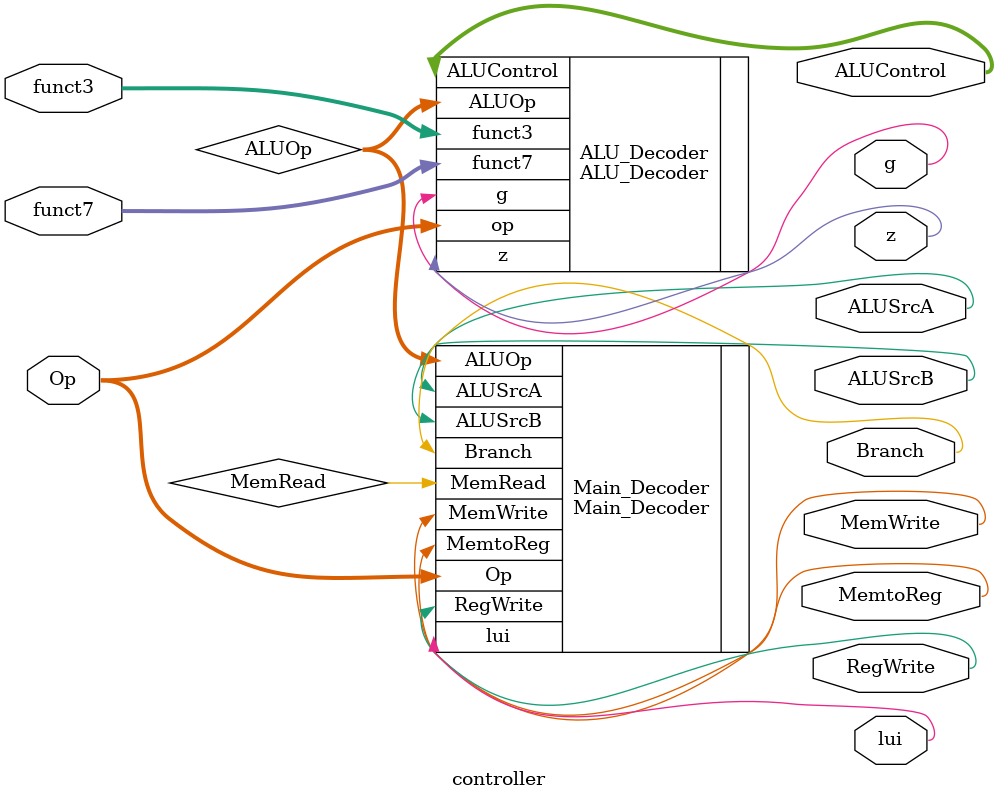
<source format=v>
`timescale 1ns / 1ps

module controller(
        input [6:0]Op,funct7,
        input [2:0]funct3,
        output RegWrite,ALUSrcA,ALUSrcB,MemWrite,MemtoReg,Branch,
        output [2:0]ALUControl,
        output z,g,lui
    );

    wire [1:0]ALUOp;

    Main_Decoder Main_Decoder(
                .Op(Op),
                .RegWrite(RegWrite),
                .MemWrite(MemWrite),
                .MemRead(MemRead),
                .MemtoReg(MemtoReg),
                .Branch(Branch),
                .ALUSrcA(ALUSrcA),
                .ALUSrcB(ALUSrcB),
                .ALUOp(ALUOp),
                .lui(lui)
    );

    ALU_Decoder ALU_Decoder(
                 .ALUOp(ALUOp),
                 .funct3(funct3),
                 .funct7(funct7),
                 .op(Op),
                 .ALUControl(ALUControl),
                 .z(z),
                 .g(g)
    );


endmodule

</source>
